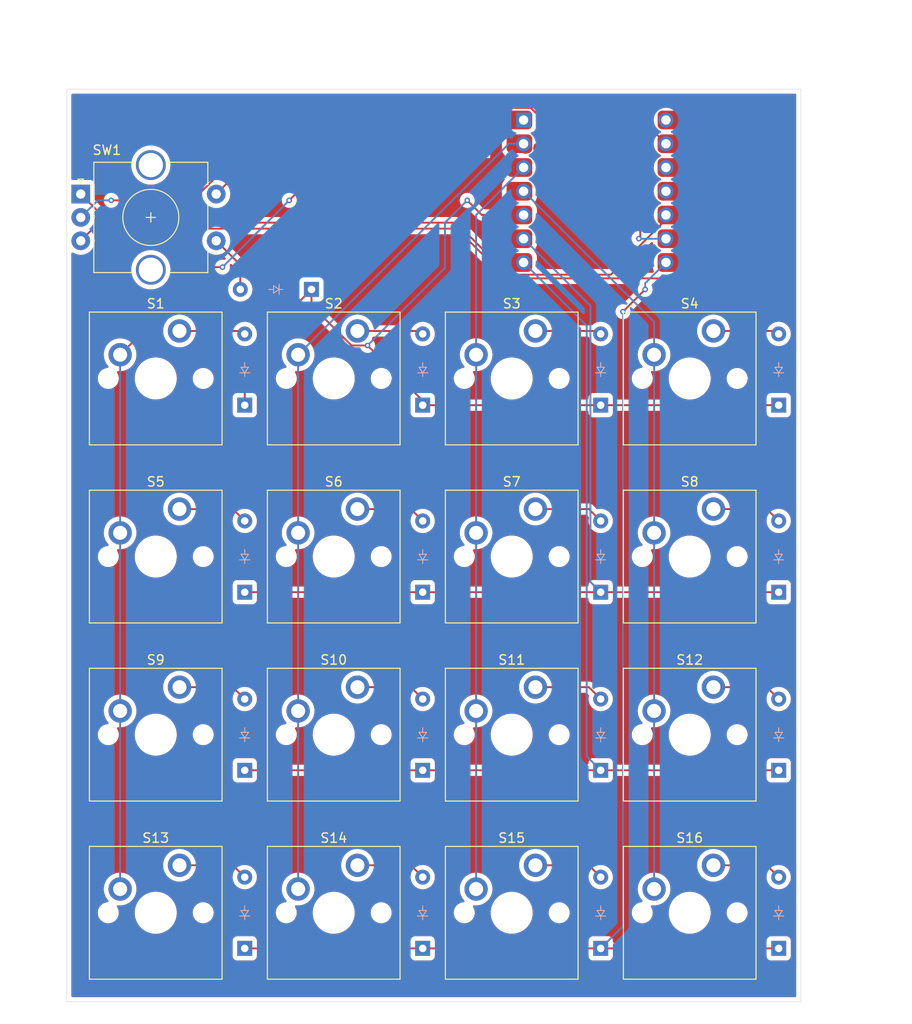
<source format=kicad_pcb>
(kicad_pcb (version 20240108) (generator "pcbnew") (generator_version "8.0")
  (layers (0 "F.Cu" signal) (31 "B.Cu" signal) (34 "B.Paste" user) (35 "F.Paste" user) (36 "B.SilkS" user "B.Silkscreen") (37 "F.SilkS" user "F.Silkscreen") (38 "B.Mask" user) (39 "F.Mask" user) (44 "Edge.Cuts" user))
  (net 0 "")
  (net 1 "Row 0")
  (net 2 "Net-(D1-A)")
  (net 3 "Net-(D2-A)")
  (net 4 "Net-(D3-A)")
  (net 5 "Row 1")
  (net 6 "Net-(D4-A)")
  (net 7 "Net-(D5-A)")
  (net 8 "Net-(D6-A)")
  (net 9 "Net-(D7-A)")
  (net 10 "Row 2")
  (net 11 "Net-(D8-A)")
  (net 12 "Net-(D9-A)")
  (net 13 "Net-(D10-A)")
  (net 14 "Net-(D11-A)")
  (net 15 "Net-(D12-A)")
  (net 16 "Row 3")
  (net 17 "Net-(D13-A)")
  (net 18 "Net-(D14-A)")
  (net 19 "Net-(D15-A)")
  (net 20 "Net-(D16-A)")
  (net 21 "Net-(D17-A)")
  (net 22 "Col 0")
  (net 23 "Col 1")
  (net 24 "Col 2")
  (net 25 "Col 3")
  (net 26 "RotB")
  (net 27 "GND")
  (net 28 "RotA")
  (net 29 "RotS2")
  (footprint "ScottoKeebs_MX:MX_PCB_1.00u" (layer "F.Cu") (at 122.8725 104.57875)
    (property "Reference" "S11" (at 0 -8 0) (layer "F.SilkS"))
    (property "Value" "Keyswitch")
    (fp_line (start -7.1 -7.1) (end -7.1 7.1) (stroke (width 0.12)) (layer "F.SilkS"))
    (fp_line (start -7.1 7.1) (end 7.1 7.1) (stroke (width 0.12)) (layer "F.SilkS"))
    (fp_line (start 7.1 -7.1) (end -7.1 -7.1) (stroke (width 0.12)) (layer "F.SilkS"))
    (fp_line (start 7.1 7.1) (end 7.1 -7.1) (stroke (width 0.12)) (layer "F.SilkS"))
    (pad "" np_thru_hole circle (at -5.08 0) (size 1.75 1.75) (drill 1.75) (layers "*.Cu" "*.Mask"))
    (pad "" np_thru_hole circle (at 0 0) (size 4 4) (drill 4) (layers "*.Cu" "*.Mask"))
    (pad "" np_thru_hole circle (at 5.08 0) (size 1.75 1.75) (drill 1.75) (layers "*.Cu" "*.Mask"))
    (pad "1" thru_hole circle (at -3.81 -2.54) (size 2.5 2.5) (drill 1.5) (layers "*.Cu" "*.Mask") (net 24 "Col 2"))
    (pad "2" thru_hole circle (at 2.54 -5.08) (size 2.5 2.5) (drill 1.5) (layers "*.Cu" "*.Mask") (net 14 "Net-(D11-A)"))
  )
  (footprint "ScottoKeebs_MCU:Seeed_XIAO_RP2040" (layer "F.Cu") (at 131.7625 46.45375)
    (property "Reference" "U1" (hide yes))
    (property "Value" "MCU_Seeed_XIAO_RP2040")
    (pad "1" smd roundrect (at -8.065 -7.62) (size 2.75 2) (layers "F.Cu" "F.Paste" "F.Mask") (net 22 "Col 0"))
    (pad "1" thru_hole rect (at -7.62 -7.62 90) (size 1.6 1.6) (drill 1) (layers "*.Cu" "*.Mask") (net 22 "Col 0"))
    (pad "2" smd roundrect (at -8.065 -5.08) (size 2.75 2) (layers "F.Cu" "F.Paste" "F.Mask") (net 23 "Col 1"))
    (pad "2" thru_hole circle (at -7.62 -5.08 90) (size 1.6 1.6) (drill 1) (layers "*.Cu" "*.Mask") (net 23 "Col 1"))
    (pad "3" smd roundrect (at -8.065 -2.54) (size 2.75 2) (layers "F.Cu" "F.Paste" "F.Mask") (net 24 "Col 2"))
    (pad "3" thru_hole circle (at -7.62 -2.54 90) (size 1.6 1.6) (drill 1) (layers "*.Cu" "*.Mask") (net 24 "Col 2"))
    (pad "4" smd roundrect (at -8.065 0) (size 2.75 2) (layers "F.Cu" "F.Paste" "F.Mask") (net 25 "Col 3"))
    (pad "4" thru_hole circle (at -7.62 0 90) (size 1.6 1.6) (drill 1) (layers "*.Cu" "*.Mask") (net 25 "Col 3"))
    (pad "5" smd roundrect (at -8.065 2.54) (size 2.75 2) (layers "F.Cu" "F.Paste" "F.Mask") (net 1 "Row 0"))
    (pad "5" thru_hole circle (at -7.62 2.54 90) (size 1.6 1.6) (drill 1) (layers "*.Cu" "*.Mask") (net 1 "Row 0"))
    (pad "6" smd roundrect (at -8.065 5.08) (size 2.75 2) (layers "F.Cu" "F.Paste" "F.Mask") (net 5 "Row 1"))
    (pad "6" thru_hole circle (at -7.62 5.08 90) (size 1.6 1.6) (drill 1) (layers "*.Cu" "*.Mask") (net 5 "Row 1"))
    (pad "7" smd roundrect (at -8.065 7.62) (size 2.75 2) (layers "F.Cu" "F.Paste" "F.Mask") (net 10 "Row 2"))
    (pad "7" thru_hole circle (at -7.62 7.62 90) (size 1.6 1.6) (drill 1) (layers "*.Cu" "*.Mask") (net 10 "Row 2"))
    (pad "8" thru_hole circle (at 7.62 7.62 90) (size 1.6 1.6) (drill 1) (layers "*.Cu" "*.Mask") (net 16 "Row 3"))
    (pad "8" smd roundrect (at 8.1 7.62) (size 2.75 2) (layers "F.Cu" "F.Paste" "F.Mask") (net 16 "Row 3"))
    (pad "9" thru_hole circle (at 7.62 5.08 90) (size 1.6 1.6) (drill 1) (layers "*.Cu" "*.Mask") (net 29 "RotS2"))
    (pad "9" smd roundrect (at 8.1 5.08) (size 2.75 2) (layers "F.Cu" "F.Paste" "F.Mask") (net 29 "RotS2"))
    (pad "10" thru_hole circle (at 7.62 2.54 90) (size 1.6 1.6) (drill 1) (layers "*.Cu" "*.Mask") (net 28 "RotA"))
    (pad "10" smd roundrect (at 8.1 2.54) (size 2.75 2) (layers "F.Cu" "F.Paste" "F.Mask") (net 28 "RotA"))
    (pad "11" thru_hole circle (at 7.62 0 90) (size 1.6 1.6) (drill 1) (layers "*.Cu" "*.Mask") (net 26 "RotB"))
    (pad "11" smd roundrect (at 8.1 0) (size 2.75 2) (layers "F.Cu" "F.Paste" "F.Mask") (net 26 "RotB"))
    (pad "12" thru_hole circle (at 7.62 -2.54 90) (size 1.6 1.6) (drill 1) (layers "*.Cu" "*.Mask"))
    (pad "12" smd roundrect (at 8.1 -2.54) (size 2.75 2) (layers "F.Cu" "F.Paste" "F.Mask"))
    (pad "13" thru_hole circle (at 7.62 -5.08 90) (size 1.6 1.6) (drill 1) (layers "*.Cu" "*.Mask") (net 27 "GND"))
    (pad "13" smd roundrect (at 8.1 -5.08) (size 2.75 2) (layers "F.Cu" "F.Paste" "F.Mask") (net 27 "GND"))
    (pad "14" thru_hole circle (at 7.62 -7.62 90) (size 1.6 1.6) (drill 1) (layers "*.Cu" "*.Mask"))
    (pad "14" smd roundrect (at 8.1 -7.62) (size 2.75 2) (layers "F.Cu" "F.Paste" "F.Mask"))
  )
  (footprint "ScottoKeebs_MX:MX_PCB_1.00u" (layer "F.Cu") (at 103.8225 66.47875)
    (property "Reference" "S2" (at 0 -8 0) (layer "F.SilkS"))
    (property "Value" "Keyswitch")
    (fp_line (start -7.1 -7.1) (end -7.1 7.1) (stroke (width 0.12)) (layer "F.SilkS"))
    (fp_line (start -7.1 7.1) (end 7.1 7.1) (stroke (width 0.12)) (layer "F.SilkS"))
    (fp_line (start 7.1 -7.1) (end -7.1 -7.1) (stroke (width 0.12)) (layer "F.SilkS"))
    (fp_line (start 7.1 7.1) (end 7.1 -7.1) (stroke (width 0.12)) (layer "F.SilkS"))
    (pad "" np_thru_hole circle (at -5.08 0) (size 1.75 1.75) (drill 1.75) (layers "*.Cu" "*.Mask"))
    (pad "" np_thru_hole circle (at 0 0) (size 4 4) (drill 4) (layers "*.Cu" "*.Mask"))
    (pad "" np_thru_hole circle (at 5.08 0) (size 1.75 1.75) (drill 1.75) (layers "*.Cu" "*.Mask"))
    (pad "1" thru_hole circle (at -3.81 -2.54) (size 2.5 2.5) (drill 1.5) (layers "*.Cu" "*.Mask") (net 23 "Col 1"))
    (pad "2" thru_hole circle (at 2.54 -5.08) (size 2.5 2.5) (drill 1.5) (layers "*.Cu" "*.Mask") (net 3 "Net-(D2-A)"))
  )
  (footprint "ScottoKeebs_MX:MX_PCB_1.00u" (layer "F.Cu") (at 141.9225 104.57875)
    (property "Reference" "S12" (at 0 -8 0) (layer "F.SilkS"))
    (property "Value" "Keyswitch")
    (fp_line (start -7.1 -7.1) (end -7.1 7.1) (stroke (width 0.12)) (layer "F.SilkS"))
    (fp_line (start -7.1 7.1) (end 7.1 7.1) (stroke (width 0.12)) (layer "F.SilkS"))
    (fp_line (start 7.1 -7.1) (end -7.1 -7.1) (stroke (width 0.12)) (layer "F.SilkS"))
    (fp_line (start 7.1 7.1) (end 7.1 -7.1) (stroke (width 0.12)) (layer "F.SilkS"))
    (pad "" np_thru_hole circle (at -5.08 0) (size 1.75 1.75) (drill 1.75) (layers "*.Cu" "*.Mask"))
    (pad "" np_thru_hole circle (at 0 0) (size 4 4) (drill 4) (layers "*.Cu" "*.Mask"))
    (pad "" np_thru_hole circle (at 5.08 0) (size 1.75 1.75) (drill 1.75) (layers "*.Cu" "*.Mask"))
    (pad "1" thru_hole circle (at -3.81 -2.54) (size 2.5 2.5) (drill 1.5) (layers "*.Cu" "*.Mask") (net 25 "Col 3"))
    (pad "2" thru_hole circle (at 2.54 -5.08) (size 2.5 2.5) (drill 1.5) (layers "*.Cu" "*.Mask") (net 15 "Net-(D12-A)"))
  )
  (footprint "ScottoKeebs_MX:MX_PCB_1.00u" (layer "F.Cu") (at 103.8225 104.57875)
    (property "Reference" "S10" (at 0 -8 0) (layer "F.SilkS"))
    (property "Value" "Keyswitch")
    (fp_line (start -7.1 -7.1) (end -7.1 7.1) (stroke (width 0.12)) (layer "F.SilkS"))
    (fp_line (start -7.1 7.1) (end 7.1 7.1) (stroke (width 0.12)) (layer "F.SilkS"))
    (fp_line (start 7.1 -7.1) (end -7.1 -7.1) (stroke (width 0.12)) (layer "F.SilkS"))
    (fp_line (start 7.1 7.1) (end 7.1 -7.1) (stroke (width 0.12)) (layer "F.SilkS"))
    (pad "" np_thru_hole circle (at -5.08 0) (size 1.75 1.75) (drill 1.75) (layers "*.Cu" "*.Mask"))
    (pad "" np_thru_hole circle (at 0 0) (size 4 4) (drill 4) (layers "*.Cu" "*.Mask"))
    (pad "" np_thru_hole circle (at 5.08 0) (size 1.75 1.75) (drill 1.75) (layers "*.Cu" "*.Mask"))
    (pad "1" thru_hole circle (at -3.81 -2.54) (size 2.5 2.5) (drill 1.5) (layers "*.Cu" "*.Mask") (net 23 "Col 1"))
    (pad "2" thru_hole circle (at 2.54 -5.08) (size 2.5 2.5) (drill 1.5) (layers "*.Cu" "*.Mask") (net 13 "Net-(D10-A)"))
  )
  (footprint "ScottoKeebs_MX:MX_PCB_1.00u" (layer "F.Cu") (at 84.7725 104.57875)
    (property "Reference" "S9" (at 0 -8 0) (layer "F.SilkS"))
    (property "Value" "Keyswitch")
    (fp_line (start -7.1 -7.1) (end -7.1 7.1) (stroke (width 0.12)) (layer "F.SilkS"))
    (fp_line (start -7.1 7.1) (end 7.1 7.1) (stroke (width 0.12)) (layer "F.SilkS"))
    (fp_line (start 7.1 -7.1) (end -7.1 -7.1) (stroke (width 0.12)) (layer "F.SilkS"))
    (fp_line (start 7.1 7.1) (end 7.1 -7.1) (stroke (width 0.12)) (layer "F.SilkS"))
    (pad "" np_thru_hole circle (at -5.08 0) (size 1.75 1.75) (drill 1.75) (layers "*.Cu" "*.Mask"))
    (pad "" np_thru_hole circle (at 0 0) (size 4 4) (drill 4) (layers "*.Cu" "*.Mask"))
    (pad "" np_thru_hole circle (at 5.08 0) (size 1.75 1.75) (drill 1.75) (layers "*.Cu" "*.Mask"))
    (pad "1" thru_hole circle (at -3.81 -2.54) (size 2.5 2.5) (drill 1.5) (layers "*.Cu" "*.Mask") (net 22 "Col 0"))
    (pad "2" thru_hole circle (at 2.54 -5.08) (size 2.5 2.5) (drill 1.5) (layers "*.Cu" "*.Mask") (net 12 "Net-(D9-A)"))
  )
  (footprint "ScottoKeebs_MX:MX_PCB_1.00u" (layer "F.Cu") (at 141.9225 85.52875)
    (property "Reference" "S8" (at 0 -8 0) (layer "F.SilkS"))
    (property "Value" "Keyswitch")
    (fp_line (start -7.1 -7.1) (end -7.1 7.1) (stroke (width 0.12)) (layer "F.SilkS"))
    (fp_line (start -7.1 7.1) (end 7.1 7.1) (stroke (width 0.12)) (layer "F.SilkS"))
    (fp_line (start 7.1 -7.1) (end -7.1 -7.1) (stroke (width 0.12)) (layer "F.SilkS"))
    (fp_line (start 7.1 7.1) (end 7.1 -7.1) (stroke (width 0.12)) (layer "F.SilkS"))
    (pad "" np_thru_hole circle (at -5.08 0) (size 1.75 1.75) (drill 1.75) (layers "*.Cu" "*.Mask"))
    (pad "" np_thru_hole circle (at 0 0) (size 4 4) (drill 4) (layers "*.Cu" "*.Mask"))
    (pad "" np_thru_hole circle (at 5.08 0) (size 1.75 1.75) (drill 1.75) (layers "*.Cu" "*.Mask"))
    (pad "1" thru_hole circle (at -3.81 -2.54) (size 2.5 2.5) (drill 1.5) (layers "*.Cu" "*.Mask") (net 25 "Col 3"))
    (pad "2" thru_hole circle (at 2.54 -5.08) (size 2.5 2.5) (drill 1.5) (layers "*.Cu" "*.Mask") (net 11 "Net-(D8-A)"))
  )
  (footprint "ScottoKeebs_MX:MX_PCB_1.00u" (layer "F.Cu") (at 141.9225 66.47875)
    (property "Reference" "S4" (at 0 -8 0) (layer "F.SilkS"))
    (property "Value" "Keyswitch")
    (fp_line (start -7.1 -7.1) (end -7.1 7.1) (stroke (width 0.12)) (layer "F.SilkS"))
    (fp_line (start -7.1 7.1) (end 7.1 7.1) (stroke (width 0.12)) (layer "F.SilkS"))
    (fp_line (start 7.1 -7.1) (end -7.1 -7.1) (stroke (width 0.12)) (layer "F.SilkS"))
    (fp_line (start 7.1 7.1) (end 7.1 -7.1) (stroke (width 0.12)) (layer "F.SilkS"))
    (pad "" np_thru_hole circle (at -5.08 0) (size 1.75 1.75) (drill 1.75) (layers "*.Cu" "*.Mask"))
    (pad "" np_thru_hole circle (at 0 0) (size 4 4) (drill 4) (layers "*.Cu" "*.Mask"))
    (pad "" np_thru_hole circle (at 5.08 0) (size 1.75 1.75) (drill 1.75) (layers "*.Cu" "*.Mask"))
    (pad "1" thru_hole circle (at -3.81 -2.54) (size 2.5 2.5) (drill 1.5) (layers "*.Cu" "*.Mask") (net 25 "Col 3"))
    (pad "2" thru_hole circle (at 2.54 -5.08) (size 2.5 2.5) (drill 1.5) (layers "*.Cu" "*.Mask") (net 6 "Net-(D4-A)"))
  )
  (footprint "Rotary_Encoder:RotaryEncoder_Alps_EC11E-Switch_Vertical_H20mm_CircularMountingHoles" (layer "F.Cu") (at 76.7475 46.75375)
    (property "Reference" "SW1" (at 2.8 -4.7 0) (layer "F.SilkS"))
    (property "Value" "RotaryEncoder_Switch")
    (fp_line (start -0.3 -1.6) (end 0.3 -1.6) (stroke (width 0.12)) (layer "F.SilkS"))
    (fp_line (start 0 -1.3) (end -0.3 -1.6) (stroke (width 0.12)) (layer "F.SilkS"))
    (fp_line (start 0.3 -1.6) (end 0 -1.3) (stroke (width 0.12)) (layer "F.SilkS"))
    (fp_line (start 1.4 -3.4) (end 1.4 8.4) (stroke (width 0.12)) (layer "F.SilkS"))
    (fp_line (start 5.5 -3.4) (end 1.4 -3.4) (stroke (width 0.12)) (layer "F.SilkS"))
    (fp_line (start 5.5 8.4) (end 1.4 8.4) (stroke (width 0.12)) (layer "F.SilkS"))
    (fp_line (start 7 2.5) (end 8 2.5) (stroke (width 0.12)) (layer "F.SilkS"))
    (fp_line (start 7.5 2) (end 7.5 3) (stroke (width 0.12)) (layer "F.SilkS"))
    (fp_line (start 9.5 -3.4) (end 13.6 -3.4) (stroke (width 0.12)) (layer "F.SilkS"))
    (fp_line (start 13.6 -3.4) (end 13.6 -1) (stroke (width 0.12)) (layer "F.SilkS"))
    (fp_line (start 13.6 1.2) (end 13.6 3.8) (stroke (width 0.12)) (layer "F.SilkS"))
    (fp_line (start 13.6 6) (end 13.6 8.4) (stroke (width 0.12)) (layer "F.SilkS"))
    (fp_line (start 13.6 8.4) (end 9.5 8.4) (stroke (width 0.12)) (layer "F.SilkS"))
    (fp_circle (center 7.5 2.5) (end 10.5 2.5) (stroke (width 0.12)) (fill none) (layer "F.SilkS"))
    (pad "A" thru_hole rect (at 0 0) (size 2 2) (drill 1) (layers "*.Cu" "*.Mask") (net 28 "RotA"))
    (pad "B" thru_hole circle (at 0 5) (size 2 2) (drill 1) (layers "*.Cu" "*.Mask") (net 26 "RotB"))
    (pad "C" thru_hole circle (at 0 2.5) (size 2 2) (drill 1) (layers "*.Cu" "*.Mask") (net 27 "GND"))
    (pad "MP" thru_hole circle (at 7.5 -3.1) (size 3.2 3.2) (drill 2.6) (layers "*.Cu" "*.Mask"))
    (pad "MP" thru_hole circle (at 7.5 8.1) (size 3.2 3.2) (drill 2.6) (layers "*.Cu" "*.Mask"))
    (pad "S1" thru_hole circle (at 14.5 5) (size 2 2) (drill 1) (layers "*.Cu" "*.Mask") (net 21 "Net-(D17-A)"))
    (pad "S2" thru_hole circle (at 14.5 0) (size 2 2) (drill 1) (layers "*.Cu" "*.Mask") (net 29 "RotS2"))
  )
  (footprint "ScottoKeebs_MX:MX_PCB_1.00u" (layer "F.Cu") (at 84.7725 66.47875)
    (property "Reference" "S1" (at 0 -8 0) (layer "F.SilkS"))
    (property "Value" "Keyswitch")
    (fp_line (start -7.1 -7.1) (end -7.1 7.1) (stroke (width 0.12)) (layer "F.SilkS"))
    (fp_line (start -7.1 7.1) (end 7.1 7.1) (stroke (width 0.12)) (layer "F.SilkS"))
    (fp_line (start 7.1 -7.1) (end -7.1 -7.1) (stroke (width 0.12)) (layer "F.SilkS"))
    (fp_line (start 7.1 7.1) (end 7.1 -7.1) (stroke (width 0.12)) (layer "F.SilkS"))
    (pad "" np_thru_hole circle (at -5.08 0) (size 1.75 1.75) (drill 1.75) (layers "*.Cu" "*.Mask"))
    (pad "" np_thru_hole circle (at 0 0) (size 4 4) (drill 4) (layers "*.Cu" "*.Mask"))
    (pad "" np_thru_hole circle (at 5.08 0) (size 1.75 1.75) (drill 1.75) (layers "*.Cu" "*.Mask"))
    (pad "1" thru_hole circle (at -3.81 -2.54) (size 2.5 2.5) (drill 1.5) (layers "*.Cu" "*.Mask") (net 22 "Col 0"))
    (pad "2" thru_hole circle (at 2.54 -5.08) (size 2.5 2.5) (drill 1.5) (layers "*.Cu" "*.Mask") (net 2 "Net-(D1-A)"))
  )
  (footprint "ScottoKeebs_MX:MX_PCB_1.00u" (layer "F.Cu") (at 122.8725 85.52875)
    (property "Reference" "S7" (at 0 -8 0) (layer "F.SilkS"))
    (property "Value" "Keyswitch")
    (fp_line (start -7.1 -7.1) (end -7.1 7.1) (stroke (width 0.12)) (layer "F.SilkS"))
    (fp_line (start -7.1 7.1) (end 7.1 7.1) (stroke (width 0.12)) (layer "F.SilkS"))
    (fp_line (start 7.1 -7.1) (end -7.1 -7.1) (stroke (width 0.12)) (layer "F.SilkS"))
    (fp_line (start 7.1 7.1) (end 7.1 -7.1) (stroke (width 0.12)) (layer "F.SilkS"))
    (pad "" np_thru_hole circle (at -5.08 0) (size 1.75 1.75) (drill 1.75) (layers "*.Cu" "*.Mask"))
    (pad "" np_thru_hole circle (at 0 0) (size 4 4) (drill 4) (layers "*.Cu" "*.Mask"))
    (pad "" np_thru_hole circle (at 5.08 0) (size 1.75 1.75) (drill 1.75) (layers "*.Cu" "*.Mask"))
    (pad "1" thru_hole circle (at -3.81 -2.54) (size 2.5 2.5) (drill 1.5) (layers "*.Cu" "*.Mask") (net 24 "Col 2"))
    (pad "2" thru_hole circle (at 2.54 -5.08) (size 2.5 2.5) (drill 1.5) (layers "*.Cu" "*.Mask") (net 9 "Net-(D7-A)"))
  )
  (footprint "ScottoKeebs_MX:MX_PCB_1.00u" (layer "F.Cu") (at 84.7725 123.62875)
    (property "Reference" "S13" (at 0 -8 0) (layer "F.SilkS"))
    (property "Value" "Keyswitch")
    (fp_line (start -7.1 -7.1) (end -7.1 7.1) (stroke (width 0.12)) (layer "F.SilkS"))
    (fp_line (start -7.1 7.1) (end 7.1 7.1) (stroke (width 0.12)) (layer "F.SilkS"))
    (fp_line (start 7.1 -7.1) (end -7.1 -7.1) (stroke (width 0.12)) (layer "F.SilkS"))
    (fp_line (start 7.1 7.1) (end 7.1 -7.1) (stroke (width 0.12)) (layer "F.SilkS"))
    (pad "" np_thru_hole circle (at -5.08 0) (size 1.75 1.75) (drill 1.75) (layers "*.Cu" "*.Mask"))
    (pad "" np_thru_hole circle (at 0 0) (size 4 4) (drill 4) (layers "*.Cu" "*.Mask"))
    (pad "" np_thru_hole circle (at 5.08 0) (size 1.75 1.75) (drill 1.75) (layers "*.Cu" "*.Mask"))
    (pad "1" thru_hole circle (at -3.81 -2.54) (size 2.5 2.5) (drill 1.5) (layers "*.Cu" "*.Mask") (net 22 "Col 0"))
    (pad "2" thru_hole circle (at 2.54 -5.08) (size 2.5 2.5) (drill 1.5) (layers "*.Cu" "*.Mask") (net 17 "Net-(D13-A)"))
  )
  (footprint "ScottoKeebs_MX:MX_PCB_1.00u" (layer "F.Cu") (at 122.8725 66.47875)
    (property "Reference" "S3" (at 0 -8 0) (layer "F.SilkS"))
    (property "Value" "Keyswitch")
    (fp_line (start -7.1 -7.1) (end -7.1 7.1) (stroke (width 0.12)) (layer "F.SilkS"))
    (fp_line (start -7.1 7.1) (end 7.1 7.1) (stroke (width 0.12)) (layer "F.SilkS"))
    (fp_line (start 7.1 -7.1) (end -7.1 -7.1) (stroke (width 0.12)) (layer "F.SilkS"))
    (fp_line (start 7.1 7.1) (end 7.1 -7.1) (stroke (width 0.12)) (layer "F.SilkS"))
    (pad "" np_thru_hole circle (at -5.08 0) (size 1.75 1.75) (drill 1.75) (layers "*.Cu" "*.Mask"))
    (pad "" np_thru_hole circle (at 0 0) (size 4 4) (drill 4) (layers "*.Cu" "*.Mask"))
    (pad "" np_thru_hole circle (at 5.08 0) (size 1.75 1.75) (drill 1.75) (layers "*.Cu" "*.Mask"))
    (pad "1" thru_hole circle (at -3.81 -2.54) (size 2.5 2.5) (drill 1.5) (layers "*.Cu" "*.Mask") (net 24 "Col 2"))
    (pad "2" thru_hole circle (at 2.54 -5.08) (size 2.5 2.5) (drill 1.5) (layers "*.Cu" "*.Mask") (net 4 "Net-(D3-A)"))
  )
  (footprint "ScottoKeebs_MX:MX_PCB_1.00u" (layer "F.Cu") (at 122.8725 123.62875)
    (property "Reference" "S15" (at 0 -8 0) (layer "F.SilkS"))
    (property "Value" "Keyswitch")
    (fp_line (start -7.1 -7.1) (end -7.1 7.1) (stroke (width 0.12)) (layer "F.SilkS"))
    (fp_line (start -7.1 7.1) (end 7.1 7.1) (stroke (width 0.12)) (layer "F.SilkS"))
    (fp_line (start 7.1 -7.1) (end -7.1 -7.1) (stroke (width 0.12)) (layer "F.SilkS"))
    (fp_line (start 7.1 7.1) (end 7.1 -7.1) (stroke (width 0.12)) (layer "F.SilkS"))
    (pad "" np_thru_hole circle (at -5.08 0) (size 1.75 1.75) (drill 1.75) (layers "*.Cu" "*.Mask"))
    (pad "" np_thru_hole circle (at 0 0) (size 4 4) (drill 4) (layers "*.Cu" "*.Mask"))
    (pad "" np_thru_hole circle (at 5.08 0) (size 1.75 1.75) (drill 1.75) (layers "*.Cu" "*.Mask"))
    (pad "1" thru_hole circle (at -3.81 -2.54) (size 2.5 2.5) (drill 1.5) (layers "*.Cu" "*.Mask") (net 24 "Col 2"))
    (pad "2" thru_hole circle (at 2.54 -5.08) (size 2.5 2.5) (drill 1.5) (layers "*.Cu" "*.Mask") (net 19 "Net-(D15-A)"))
  )
  (footprint "ScottoKeebs_MX:MX_PCB_1.00u" (layer "F.Cu") (at 84.7725 85.52875)
    (property "Reference" "S5" (at 0 -8 0) (layer "F.SilkS"))
    (property "Value" "Keyswitch")
    (fp_line (start -7.1 -7.1) (end -7.1 7.1) (stroke (width 0.12)) (layer "F.SilkS"))
    (fp_line (start -7.1 7.1) (end 7.1 7.1) (stroke (width 0.12)) (layer "F.SilkS"))
    (fp_line (start 7.1 -7.1) (end -7.1 -7.1) (stroke (width 0.12)) (layer "F.SilkS"))
    (fp_line (start 7.1 7.1) (end 7.1 -7.1) (stroke (width 0.12)) (layer "F.SilkS"))
    (pad "" np_thru_hole circle (at -5.08 0) (size 1.75 1.75) (drill 1.75) (layers "*.Cu" "*.Mask"))
    (pad "" np_thru_hole circle (at 0 0) (size 4 4) (drill 4) (layers "*.Cu" "*.Mask"))
    (pad "" np_thru_hole circle (at 5.08 0) (size 1.75 1.75) (drill 1.75) (layers "*.Cu" "*.Mask"))
    (pad "1" thru_hole circle (at -3.81 -2.54) (size 2.5 2.5) (drill 1.5) (layers "*.Cu" "*.Mask") (net 22 "Col 0"))
    (pad "2" thru_hole circle (at 2.54 -5.08) (size 2.5 2.5) (drill 1.5) (layers "*.Cu" "*.Mask") (net 7 "Net-(D5-A)"))
  )
  (footprint "ScottoKeebs_MX:MX_PCB_1.00u" (layer "F.Cu") (at 103.8225 85.52875)
    (property "Reference" "S6" (at 0 -8 0) (layer "F.SilkS"))
    (property "Value" "Keyswitch")
    (fp_line (start -7.1 -7.1) (end -7.1 7.1) (stroke (width 0.12)) (layer "F.SilkS"))
    (fp_line (start -7.1 7.1) (end 7.1 7.1) (stroke (width 0.12)) (layer "F.SilkS"))
    (fp_line (start 7.1 -7.1) (end -7.1 -7.1) (stroke (width 0.12)) (layer "F.SilkS"))
    (fp_line (start 7.1 7.1) (end 7.1 -7.1) (stroke (width 0.12)) (layer "F.SilkS"))
    (pad "" np_thru_hole circle (at -5.08 0) (size 1.75 1.75) (drill 1.75) (layers "*.Cu" "*.Mask"))
    (pad "" np_thru_hole circle (at 0 0) (size 4 4) (drill 4) (layers "*.Cu" "*.Mask"))
    (pad "" np_thru_hole circle (at 5.08 0) (size 1.75 1.75) (drill 1.75) (layers "*.Cu" "*.Mask"))
    (pad "1" thru_hole circle (at -3.81 -2.54) (size 2.5 2.5) (drill 1.5) (layers "*.Cu" "*.Mask") (net 23 "Col 1"))
    (pad "2" thru_hole circle (at 2.54 -5.08) (size 2.5 2.5) (drill 1.5) (layers "*.Cu" "*.Mask") (net 8 "Net-(D6-A)"))
  )
  (footprint "ScottoKeebs_MX:MX_PCB_1.00u" (layer "F.Cu") (at 103.8225 123.62875)
    (property "Reference" "S14" (at 0 -8 0) (layer "F.SilkS"))
    (property "Value" "Keyswitch")
    (fp_line (start -7.1 -7.1) (end -7.1 7.1) (stroke (width 0.12)) (layer "F.SilkS"))
    (fp_line (start -7.1 7.1) (end 7.1 7.1) (stroke (width 0.12)) (layer "F.SilkS"))
    (fp_line (start 7.1 -7.1) (end -7.1 -7.1) (stroke (width 0.12)) (layer "F.SilkS"))
    (fp_line (start 7.1 7.1) (end 7.1 -7.1) (stroke (width 0.12)) (layer "F.SilkS"))
    (pad "" np_thru_hole circle (at -5.08 0) (size 1.75 1.75) (drill 1.75) (layers "*.Cu" "*.Mask"))
    (pad "" np_thru_hole circle (at 0 0) (size 4 4) (drill 4) (layers "*.Cu" "*.Mask"))
    (pad "" np_thru_hole circle (at 5.08 0) (size 1.75 1.75) (drill 1.75) (layers "*.Cu" "*.Mask"))
    (pad "1" thru_hole circle (at -3.81 -2.54) (size 2.5 2.5) (drill 1.5) (layers "*.Cu" "*.Mask") (net 23 "Col 1"))
    (pad "2" thru_hole circle (at 2.54 -5.08) (size 2.5 2.5) (drill 1.5) (layers "*.Cu" "*.Mask") (net 18 "Net-(D14-A)"))
  )
  (footprint "ScottoKeebs_MX:MX_PCB_1.00u" (layer "F.Cu") (at 141.9225 123.62875)
    (property "Reference" "S16" (at 0 -8 0) (layer "F.SilkS"))
    (property "Value" "Keyswitch")
    (fp_line (start -7.1 -7.1) (end -7.1 7.1) (stroke (width 0.12)) (layer "F.SilkS"))
    (fp_line (start -7.1 7.1) (end 7.1 7.1) (stroke (width 0.12)) (layer "F.SilkS"))
    (fp_line (start 7.1 -7.1) (end -7.1 -7.1) (stroke (width 0.12)) (layer "F.SilkS"))
    (fp_line (start 7.1 7.1) (end 7.1 -7.1) (stroke (width 0.12)) (layer "F.SilkS"))
    (pad "" np_thru_hole circle (at -5.08 0) (size 1.75 1.75) (drill 1.75) (layers "*.Cu" "*.Mask"))
    (pad "" np_thru_hole circle (at 0 0) (size 4 4) (drill 4) (layers "*.Cu" "*.Mask"))
    (pad "" np_thru_hole circle (at 5.08 0) (size 1.75 1.75) (drill 1.75) (layers "*.Cu" "*.Mask"))
    (pad "1" thru_hole circle (at -3.81 -2.54) (size 2.5 2.5) (drill 1.5) (layers "*.Cu" "*.Mask") (net 25 "Col 3"))
    (pad "2" thru_hole circle (at 2.54 -5.08) (size 2.5 2.5) (drill 1.5) (layers "*.Cu" "*.Mask") (net 20 "Net-(D16-A)"))
  )
  (footprint "ScottoKeebs_Components:Diode_DO-35" (layer "B.Cu") (at 94.2975 89.33875 90)
    (property "Reference" "D5" (hide yes))
    (property "Value" "Diode" (hide yes))
    (fp_line (start 3.46 -0.55) (end 3.46 0.55) (stroke (width 0.1)) (layer "B.SilkS"))
    (fp_line (start 4.06 -0.4) (end 4.06 0.4) (stroke (width 0.1)) (layer "B.SilkS"))
    (fp_line (start 4.56 0) (end 4.06 0) (stroke (width 0.1)) (layer "B.SilkS"))
    (fp_line (start 3.46 0) (end 4.06 -0.4) (stroke (width 0.1)) (layer "B.SilkS"))
    (fp_line (start 3.46 0) (end 3.06 0) (stroke (width 0.1)) (layer "B.SilkS"))
    (fp_line (start 4.06 0.4) (end 3.46 0) (stroke (width 0.1)) (layer "B.SilkS"))
    (pad "1" thru_hole rect (at 0 0 90) (size 1.6 1.6) (drill 0.8) (layers "*.Cu" "*.Mask") (net 5 "Row 1"))
    (pad "2" thru_hole oval (at 7.62 0 90) (size 1.6 1.6) (drill 0.8) (layers "*.Cu" "*.Mask") (net 7 "Net-(D5-A)"))
  )
  (footprint "ScottoKeebs_Components:Diode_DO-35" (layer "B.Cu") (at 113.3475 89.33875 90)
    (property "Reference" "D6" (hide yes))
    (property "Value" "Diode" (hide yes))
    (fp_line (start 3.46 -0.55) (end 3.46 0.55) (stroke (width 0.1)) (layer "B.SilkS"))
    (fp_line (start 4.06 -0.4) (end 4.06 0.4) (stroke (width 0.1)) (layer "B.SilkS"))
    (fp_line (start 4.56 0) (end 4.06 0) (stroke (width 0.1)) (layer "B.SilkS"))
    (fp_line (start 3.46 0) (end 4.06 -0.4) (stroke (width 0.1)) (layer "B.SilkS"))
    (fp_line (start 3.46 0) (end 3.06 0) (stroke (width 0.1)) (layer "B.SilkS"))
    (fp_line (start 4.06 0.4) (end 3.46 0) (stroke (width 0.1)) (layer "B.SilkS"))
    (pad "1" thru_hole rect (at 0 0 90) (size 1.6 1.6) (drill 0.8) (layers "*.Cu" "*.Mask") (net 5 "Row 1"))
    (pad "2" thru_hole oval (at 7.62 0 90) (size 1.6 1.6) (drill 0.8) (layers "*.Cu" "*.Mask") (net 8 "Net-(D6-A)"))
  )
  (footprint "ScottoKeebs_Components:Diode_DO-35" (layer "B.Cu") (at 113.3475 69.33625 90)
    (property "Reference" "D2" (hide yes))
    (property "Value" "Diode" (hide yes))
    (fp_line (start 3.46 -0.55) (end 3.46 0.55) (stroke (width 0.1)) (layer "B.SilkS"))
    (fp_line (start 4.06 -0.4) (end 4.06 0.4) (stroke (width 0.1)) (layer "B.SilkS"))
    (fp_line (start 4.56 0) (end 4.06 0) (stroke (width 0.1)) (layer "B.SilkS"))
    (fp_line (start 3.46 0) (end 4.06 -0.4) (stroke (width 0.1)) (layer "B.SilkS"))
    (fp_line (start 3.46 0) (end 3.06 0) (stroke (width 0.1)) (layer "B.SilkS"))
    (fp_line (start 4.06 0.4) (end 3.46 0) (stroke (width 0.1)) (layer "B.SilkS"))
    (pad "1" thru_hole rect (at 0 0 90) (size 1.6 1.6) (drill 0.8) (layers "*.Cu" "*.Mask") (net 1 "Row 0"))
    (pad "2" thru_hole oval (at 7.62 0 90) (size 1.6 1.6) (drill 0.8) (layers "*.Cu" "*.Mask") (net 3 "Net-(D2-A)"))
  )
  (footprint "ScottoKeebs_Components:Diode_DO-35" (layer "B.Cu") (at 101.44125 56.95375 180)
    (property "Reference" "D17" (hide yes))
    (property "Value" "Diode" (hide yes))
    (fp_line (start 4.56 0) (end 4.06 0) (stroke (width 0.1)) (layer "B.SilkS"))
    (fp_line (start 4.06 0.4) (end 3.46 0) (stroke (width 0.1)) (layer "B.SilkS"))
    (fp_line (start 4.06 -0.4) (end 4.06 0.4) (stroke (width 0.1)) (layer "B.SilkS"))
    (fp_line (start 3.46 0) (end 4.06 -0.4) (stroke (width 0.1)) (layer "B.SilkS"))
    (fp_line (start 3.46 0) (end 3.06 0) (stroke (width 0.1)) (layer "B.SilkS"))
    (fp_line (start 3.46 -0.55) (end 3.46 0.55) (stroke (width 0.1)) (layer "B.SilkS"))
    (pad "1" thru_hole rect (at 0 0 180) (size 1.6 1.6) (drill 0.8) (layers "*.Cu" "*.Mask") (net 1 "Row 0"))
    (pad "2" thru_hole oval (at 7.62 0 180) (size 1.6 1.6) (drill 0.8) (layers "*.Cu" "*.Mask") (net 21 "Net-(D17-A)"))
  )
  (footprint "ScottoKeebs_Components:Diode_DO-35" (layer "B.Cu") (at 132.3975 127.43875 90)
    (property "Reference" "D15" (hide yes))
    (property "Value" "Diode" (hide yes))
    (fp_line (start 3.46 -0.55) (end 3.46 0.55) (stroke (width 0.1)) (layer "B.SilkS"))
    (fp_line (start 4.06 -0.4) (end 4.06 0.4) (stroke (width 0.1)) (layer "B.SilkS"))
    (fp_line (start 4.56 0) (end 4.06 0) (stroke (width 0.1)) (layer "B.SilkS"))
    (fp_line (start 3.46 0) (end 4.06 -0.4) (stroke (width 0.1)) (layer "B.SilkS"))
    (fp_line (start 3.46 0) (end 3.06 0) (stroke (width 0.1)) (layer "B.SilkS"))
    (fp_line (start 4.06 0.4) (end 3.46 0) (stroke (width 0.1)) (layer "B.SilkS"))
    (pad "1" thru_hole rect (at 0 0 90) (size 1.6 1.6) (drill 0.8) (layers "*.Cu" "*.Mask") (net 16 "Row 3"))
    (pad "2" thru_hole oval (at 7.62 0 90) (size 1.6 1.6) (drill 0.8) (layers "*.Cu" "*.Mask") (net 19 "Net-(D15-A)"))
  )
  (footprint "ScottoKeebs_Components:Diode_DO-35" (layer "B.Cu") (at 94.2975 108.38875 90)
    (property "Reference" "D9" (hide yes))
    (property "Value" "Diode" (hide yes))
    (fp_line (start 3.46 -0.55) (end 3.46 0.55) (stroke (width 0.1)) (layer "B.SilkS"))
    (fp_line (start 4.06 -0.4) (end 4.06 0.4) (stroke (width 0.1)) (layer "B.SilkS"))
    (fp_line (start 4.56 0) (end 4.06 0) (stroke (width 0.1)) (layer "B.SilkS"))
    (fp_line (start 3.46 0) (end 4.06 -0.4) (stroke (width 0.1)) (layer "B.SilkS"))
    (fp_line (start 3.46 0) (end 3.06 0) (stroke (width 0.1)) (layer "B.SilkS"))
    (fp_line (start 4.06 0.4) (end 3.46 0) (stroke (width 0.1)) (layer "B.SilkS"))
    (pad "1" thru_hole rect (at 0 0 90) (size 1.6 1.6) (drill 0.8) (layers "*.Cu" "*.Mask") (net 10 "Row 2"))
    (pad "2" thru_hole oval (at 7.62 0 90) (size 1.6 1.6) (drill 0.8) (layers "*.Cu" "*.Mask") (net 12 "Net-(D9-A)"))
  )
  (footprint "ScottoKeebs_Components:Diode_DO-35" (layer "B.Cu") (at 151.4475 108.38875 90)
    (property "Reference" "D12" (hide yes))
    (property "Value" "Diode" (hide yes))
    (fp_line (start 3.46 -0.55) (end 3.46 0.55) (stroke (width 0.1)) (layer "B.SilkS"))
    (fp_line (start 4.06 -0.4) (end 4.06 0.4) (stroke (width 0.1)) (layer "B.SilkS"))
    (fp_line (start 4.56 0) (end 4.06 0) (stroke (width 0.1)) (layer "B.SilkS"))
    (fp_line (start 3.46 0) (end 4.06 -0.4) (stroke (width 0.1)) (layer "B.SilkS"))
    (fp_line (start 3.46 0) (end 3.06 0) (stroke (width 0.1)) (layer "B.SilkS"))
    (fp_line (start 4.06 0.4) (end 3.46 0) (stroke (width 0.1)) (layer "B.SilkS"))
    (pad "1" thru_hole rect (at 0 0 90) (size 1.6 1.6) (drill 0.8) (layers "*.Cu" "*.Mask") (net 10 "Row 2"))
    (pad "2" thru_hole oval (at 7.62 0 90) (size 1.6 1.6) (drill 0.8) (layers "*.Cu" "*.Mask") (net 15 "Net-(D12-A)"))
  )
  (footprint "ScottoKeebs_Components:Diode_DO-35" (layer "B.Cu") (at 151.4475 69.33625 90)
    (property "Reference" "D4" (hide yes))
    (property "Value" "Diode" (hide yes))
    (fp_line (start 3.46 -0.55) (end 3.46 0.55) (stroke (width 0.1)) (layer "B.SilkS"))
    (fp_line (start 4.06 -0.4) (end 4.06 0.4) (stroke (width 0.1)) (layer "B.SilkS"))
    (fp_line (start 4.56 0) (end 4.06 0) (stroke (width 0.1)) (layer "B.SilkS"))
    (fp_line (start 3.46 0) (end 4.06 -0.4) (stroke (width 0.1)) (layer "B.SilkS"))
    (fp_line (start 3.46 0) (end 3.06 0) (stroke (width 0.1)) (layer "B.SilkS"))
    (fp_line (start 4.06 0.4) (end 3.46 0) (stroke (width 0.1)) (layer "B.SilkS"))
    (pad "1" thru_hole rect (at 0 0 90) (size 1.6 1.6) (drill 0.8) (layers "*.Cu" "*.Mask") (net 1 "Row 0"))
    (pad "2" thru_hole oval (at 7.62 0 90) (size 1.6 1.6) (drill 0.8) (layers "*.Cu" "*.Mask") (net 6 "Net-(D4-A)"))
  )
  (footprint "ScottoKeebs_Components:Diode_DO-35" (layer "B.Cu") (at 113.3475 127.43875 90)
    (property "Reference" "D14" (hide yes))
    (property "Value" "Diode" (hide yes))
    (fp_line (start 3.46 -0.55) (end 3.46 0.55) (stroke (width 0.1)) (layer "B.SilkS"))
    (fp_line (start 4.06 -0.4) (end 4.06 0.4) (stroke (width 0.1)) (layer "B.SilkS"))
    (fp_line (start 4.56 0) (end 4.06 0) (stroke (width 0.1)) (layer "B.SilkS"))
    (fp_line (start 3.46 0) (end 4.06 -0.4) (stroke (width 0.1)) (layer "B.SilkS"))
    (fp_line (start 3.46 0) (end 3.06 0) (stroke (width 0.1)) (layer "B.SilkS"))
    (fp_line (start 4.06 0.4) (end 3.46 0) (stroke (width 0.1)) (layer "B.SilkS"))
    (pad "1" thru_hole rect (at 0 0 90) (size 1.6 1.6) (drill 0.8) (layers "*.Cu" "*.Mask") (net 16 "Row 3"))
    (pad "2" thru_hole oval (at 7.62 0 90) (size 1.6 1.6) (drill 0.8) (layers "*.Cu" "*.Mask") (net 18 "Net-(D14-A)"))
  )
  (footprint "ScottoKeebs_Components:Diode_DO-35" (layer "B.Cu") (at 132.3975 89.33875 90)
    (property "Reference" "D7" (hide yes))
    (property "Value" "Diode" (hide yes))
    (fp_line (start 3.46 -0.55) (end 3.46 0.55) (stroke (width 0.1)) (layer "B.SilkS"))
    (fp_line (start 4.06 -0.4) (end 4.06 0.4) (stroke (width 0.1)) (layer "B.SilkS"))
    (fp_line (start 4.56 0) (end 4.06 0) (stroke (width 0.1)) (layer "B.SilkS"))
    (fp_line (start 3.46 0) (end 4.06 -0.4) (stroke (width 0.1)) (layer "B.SilkS"))
    (fp_line (start 3.46 0) (end 3.06 0) (stroke (width 0.1)) (layer "B.SilkS"))
    (fp_line (start 4.06 0.4) (end 3.46 0) (stroke (width 0.1)) (layer "B.SilkS"))
    (pad "1" thru_hole rect (at 0 0 90) (size 1.6 1.6) (drill 0.8) (layers "*.Cu" "*.Mask") (net 5 "Row 1"))
    (pad "2" thru_hole oval (at 7.62 0 90) (size 1.6 1.6) (drill 0.8) (layers "*.Cu" "*.Mask") (net 9 "Net-(D7-A)"))
  )
  (footprint "ScottoKeebs_Components:Diode_DO-35" (layer "B.Cu") (at 132.3975 108.38875 90)
    (property "Reference" "D11" (hide yes))
    (property "Value" "Diode" (hide yes))
    (fp_line (start 3.46 -0.55) (end 3.46 0.55) (stroke (width 0.1)) (layer "B.SilkS"))
    (fp_line (start 4.06 -0.4) (end 4.06 0.4) (stroke (width 0.1)) (layer "B.SilkS"))
    (fp_line (start 4.56 0) (end 4.06 0) (stroke (width 0.1)) (layer "B.SilkS"))
    (fp_line (start 3.46 0) (end 4.06 -0.4) (stroke (width 0.1)) (layer "B.SilkS"))
    (fp_line (start 3.46 0) (end 3.06 0) (stroke (width 0.1)) (layer "B.SilkS"))
    (fp_line (start 4.06 0.4) (end 3.46 0) (stroke (width 0.1)) (layer "B.SilkS"))
    (pad "1" thru_hole rect (at 0 0 90) (size 1.6 1.6) (drill 0.8) (layers "*.Cu" "*.Mask") (net 10 "Row 2"))
    (pad "2" thru_hole oval (at 7.62 0 90) (size 1.6 1.6) (drill 0.8) (layers "*.Cu" "*.Mask") (net 14 "Net-(D11-A)"))
  )
  (footprint "ScottoKeebs_Components:Diode_DO-35" (layer "B.Cu") (at 151.4475 89.33875 90)
    (property "Reference" "D8" (hide yes))
    (property "Value" "Diode" (hide yes))
    (fp_line (start 3.46 -0.55) (end 3.46 0.55) (stroke (width 0.1)) (layer "B.SilkS"))
    (fp_line (start 4.06 -0.4) (end 4.06 0.4) (stroke (width 0.1)) (layer "B.SilkS"))
    (fp_line (start 4.56 0) (end 4.06 0) (stroke (width 0.1)) (layer "B.SilkS"))
    (fp_line (start 3.46 0) (end 4.06 -0.4) (stroke (width 0.1)) (layer "B.SilkS"))
    (fp_line (start 3.46 0) (end 3.06 0) (stroke (width 0.1)) (layer "B.SilkS"))
    (fp_line (start 4.06 0.4) (end 3.46 0) (stroke (width 0.1)) (layer "B.SilkS"))
    (pad "1" thru_hole rect (at 0 0 90) (size 1.6 1.6) (drill 0.8) (layers "*.Cu" "*.Mask") (net 5 "Row 1"))
    (pad "2" thru_hole oval (at 7.62 0 90) (size 1.6 1.6) (drill 0.8) (layers "*.Cu" "*.Mask") (net 11 "Net-(D8-A)"))
  )
  (footprint "ScottoKeebs_Components:Diode_DO-35" (layer "B.Cu") (at 132.3975 69.33625 90)
    (property "Reference" "D3" (hide yes))
    (property "Value" "Diode" (hide yes))
    (fp_line (start 3.46 -0.55) (end 3.46 0.55) (stroke (width 0.1)) (layer "B.SilkS"))
    (fp_line (start 4.06 -0.4) (end 4.06 0.4) (stroke (width 0.1)) (layer "B.SilkS"))
    (fp_line (start 4.56 0) (end 4.06 0) (stroke (width 0.1)) (layer "B.SilkS"))
    (fp_line (start 3.46 0) (end 4.06 -0.4) (stroke (width 0.1)) (layer "B.SilkS"))
    (fp_line (start 3.46 0) (end 3.06 0) (stroke (width 0.1)) (layer "B.SilkS"))
    (fp_line (start 4.06 0.4) (end 3.46 0) (stroke (width 0.1)) (layer "B.SilkS"))
    (pad "1" thru_hole rect (at 0 0 90) (size 1.6 1.6) (drill 0.8) (layers "*.Cu" "*.Mask") (net 1 "Row 0"))
    (pad "2" thru_hole oval (at 7.62 0 90) (size 1.6 1.6) (drill 0.8) (layers "*.Cu" "*.Mask") (net 4 "Net-(D3-A)"))
  )
  (footprint "ScottoKeebs_Components:Diode_DO-35" (layer "B.Cu") (at 151.4475 127.43875 90)
    (property "Reference" "D16" (hide yes))
    (property "Value" "Diode" (hide yes))
    (fp_line (start 3.46 -0.55) (end 3.46 0.55) (stroke (width 0.1)) (layer "B.SilkS"))
    (fp_line (start 4.06 -0.4) (end 4.06 0.4) (stroke (width 0.1)) (layer "B.SilkS"))
    (fp_line (start 4.56 0) (end 4.06 0) (stroke (width 0.1)) (layer "B.SilkS"))
    (fp_line (start 3.46 0) (end 4.06 -0.4) (stroke (width 0.1)) (layer "B.SilkS"))
    (fp_line (start 3.46 0) (end 3.06 0) (stroke (width 0.1)) (layer "B.SilkS"))
    (fp_line (start 4.06 0.4) (end 3.46 0) (stroke (width 0.1)) (layer "B.SilkS"))
    (pad "1" thru_hole rect (at 0 0 90) (size 1.6 1.6) (drill 0.8) (layers "*.Cu" "*.Mask") (net 16 "Row 3"))
    (pad "2" thru_hole oval (at 7.62 0 90) (size 1.6 1.6) (drill 0.8) (layers "*.Cu" "*.Mask") (net 20 "Net-(D16-A)"))
  )
  (footprint "ScottoKeebs_Components:Diode_DO-35" (layer "B.Cu") (at 94.2975 69.33625 90)
    (property "Reference" "D1" (hide yes))
    (property "Value" "Diode" (hide yes))
    (fp_line (start 3.46 -0.55) (end 3.46 0.55) (stroke (width 0.1)) (layer "B.SilkS"))
    (fp_line (start 4.06 -0.4) (end 4.06 0.4) (stroke (width 0.1)) (layer "B.SilkS"))
    (fp_line (start 4.56 0) (end 4.06 0) (stroke (width 0.1)) (layer "B.SilkS"))
    (fp_line (start 3.46 0) (end 4.06 -0.4) (stroke (width 0.1)) (layer "B.SilkS"))
    (fp_line (start 3.46 0) (end 3.06 0) (stroke (width 0.1)) (layer "B.SilkS"))
    (fp_line (start 4.06 0.4) (end 3.46 0) (stroke (width 0.1)) (layer "B.SilkS"))
    (pad "1" thru_hole rect (at 0 0 90) (size 1.6 1.6) (drill 0.8) (layers "*.Cu" "*.Mask") (net 1 "Row 0"))
    (pad "2" thru_hole oval (at 7.62 0 90) (size 1.6 1.6) (drill 0.8) (layers "*.Cu" "*.Mask") (net 2 "Net-(D1-A)"))
  )
  (footprint "ScottoKeebs_Components:Diode_DO-35" (layer "B.Cu") (at 113.3475 108.38875 90)
    (property "Reference" "D10" (hide yes))
    (property "Value" "Diode" (hide yes))
    (fp_line (start 3.46 -0.55) (end 3.46 0.55) (stroke (width 0.1)) (layer "B.SilkS"))
    (fp_line (start 4.06 -0.4) (end 4.06 0.4) (stroke (width 0.1)) (layer "B.SilkS"))
    (fp_line (start 4.56 0) (end 4.06 0) (stroke (width 0.1)) (layer "B.SilkS"))
    (fp_line (start 3.46 0) (end 4.06 -0.4) (stroke (width 0.1)) (layer "B.SilkS"))
    (fp_line (start 3.46 0) (end 3.06 0) (stroke (width 0.1)) (layer "B.SilkS"))
    (fp_line (start 4.06 0.4) (end 3.46 0) (stroke (width 0.1)) (layer "B.SilkS"))
    (pad "1" thru_hole rect (at 0 0 90) (size 1.6 1.6) (drill 0.8) (layers "*.Cu" "*.Mask") (net 10 "Row 2"))
    (pad "2" thru_hole oval (at 7.62 0 90) (size 1.6 1.6) (drill 0.8) (layers "*.Cu" "*.Mask") (net 13 "Net-(D10-A)"))
  )
  (footprint "ScottoKeebs_Components:Diode_DO-35" (layer "B.Cu") (at 94.2975 127.43875 90)
    (property "Reference" "D13" (hide yes))
    (property "Value" "Diode" (hide yes))
    (fp_line (start 3.46 -0.55) (end 3.46 0.55) (stroke (width 0.1)) (layer "B.SilkS"))
    (fp_line (start 4.06 -0.4) (end 4.06 0.4) (stroke (width 0.1)) (layer "B.SilkS"))
    (fp_line (start 4.56 0) (end 4.06 0) (stroke (width 0.1)) (layer "B.SilkS"))
    (fp_line (start 3.46 0) (end 4.06 -0.4) (stroke (width 0.1)) (layer "B.SilkS"))
    (fp_line (start 3.46 0) (end 3.06 0) (stroke (width 0.1)) (layer "B.SilkS"))
    (fp_line (start 4.06 0.4) (end 3.46 0) (stroke (width 0.1)) (layer "B.SilkS"))
    (pad "1" thru_hole rect (at 0 0 90) (size 1.6 1.6) (drill 0.8) (layers "*.Cu" "*.Mask") (net 16 "Row 3"))
    (pad "2" thru_hole oval (at 7.62 0 90) (size 1.6 1.6) (drill 0.8) (layers "*.Cu" "*.Mask") (net 17 "Net-(D13-A)"))
  )
  (gr_rect (start 75.2475 35.5225) (end 153.82875 133.15375) (stroke (width 0.05)) (fill none) (layer "Edge.Cuts"))
  (gr_text "Macros are cool" (at 108.585 42.66625 0) (layer "F.Cu") (effects (font (size 1.5 1.5) (thickness 0.3) (bold yes)) (justify left bottom)))
  (segment (start 118.11 47.42875) (end 119.675 48.99375) (width 0.2) (layer "F.Cu") (net 1))
  (segment (start 105.720468 62.94875) (end 107.43625 62.94875) (width 0.2) (layer "F.Cu") (net 1))
  (segment (start 113.3475 69.33625) (end 151.4475 69.33625) (width 0.2) (layer "F.Cu") (net 1))
  (segment (start 101.44125 56.95375) (end 101.44125 58.669532) (width 0.2) (layer "F.Cu") (net 1))
  (segment (start 94.2975 64.0975) (end 101.44125 56.95375) (width 0.2) (layer "F.Cu") (net 1))
  (segment (start 94.2975 69.33625) (end 94.2975 64.0975) (width 0.2) (layer "F.Cu") (net 1))
  (segment (start 104.155234 61.383516) (end 105.720468 62.94875) (width 0.2) (layer "F.Cu") (net 1))
  (segment (start 119.675 48.99375) (end 123.6975 48.99375) (width 0.2) (layer "F.Cu") (net 1))
  (segment (start 107.43625 62.94875) (end 113.3475 68.86) (width 0.2) (layer "F.Cu") (net 1))
  (segment (start 101.44125 58.669532) (end 104.155234 61.383516) (width 0.2) (layer "F.Cu") (net 1))
  (segment (start 113.3475 68.86) (end 113.3475 69.33625) (width 0.2) (layer "F.Cu") (net 1))
  (via (at 118.11 47.42875) (size 0.6) (drill 0.3) (layers "F.Cu" "B.Cu") (net 1))
  (via (at 107.43625 62.94875) (size 0.6) (drill 0.3) (layers "F.Cu" "B.Cu") (net 1))
  (segment (start 115.72875 49.81) (end 118.11 47.42875) (width 0.2) (layer "B.Cu") (net 1))
  (segment (start 115.72875 54.65625) (end 115.72875 49.81) (width 0.2) (layer "B.Cu") (net 1))
  (segment (start 107.43625 62.94875) (end 115.72875 54.65625) (width 0.2) (layer "B.Cu") (net 1))
  (segment (start 93.98 61.39875) (end 94.2975 61.71625) (width 0.2) (layer "F.Cu") (net 2))
  (segment (start 87.3125 61.39875) (end 93.98 61.39875) (width 0.2) (layer "F.Cu") (net 2))
  (segment (start 106.3625 61.39875) (end 113.03 61.39875) (width 0.2) (layer "F.Cu") (net 3))
  (segment (start 113.03 61.39875) (end 113.3475 61.71625) (width 0.2) (layer "F.Cu") (net 3))
  (segment (start 125.4125 61.39875) (end 132.08 61.39875) (width 0.2) (layer "F.Cu") (net 4))
  (segment (start 132.08 61.39875) (end 132.3975 61.71625) (width 0.2) (layer "F.Cu") (net 4))
  (segment (start 94.2975 89.33875) (end 151.4475 89.33875) (width 0.2) (layer "F.Cu") (net 5))
  (segment (start 132.3975 89.33875) (end 131.2975 88.23875) (width 0.2) (layer "B.Cu") (net 5))
  (segment (start 131.2975 58.68875) (end 124.1425 51.53375) (width 0.2) (layer "B.Cu") (net 5))
  (segment (start 131.2975 88.23875) (end 131.2975 58.68875) (width 0.2) (layer "B.Cu") (net 5))
  (segment (start 144.4625 61.39875) (end 151.13 61.39875) (width 0.2) (layer "F.Cu") (net 6))
  (segment (start 151.13 61.39875) (end 151.4475 61.71625) (width 0.2) (layer "F.Cu") (net 6))
  (segment (start 93.0275 80.44875) (end 94.2975 81.71875) (width 0.2) (layer "F.Cu") (net 7))
  (segment (start 87.3125 80.44875) (end 93.0275 80.44875) (width 0.2) (layer "F.Cu") (net 7))
  (segment (start 106.3625 80.44875) (end 112.0775 80.44875) (width 0.2) (layer "F.Cu") (net 8))
  (segment (start 112.0775 80.44875) (end 113.3475 81.71875) (width 0.2) (layer "F.Cu") (net 8))
  (segment (start 125.4125 80.44875) (end 131.1275 80.44875) (width 0.2) (layer "F.Cu") (net 9))
  (segment (start 131.1275 80.44875) (end 132.3975 81.71875) (width 0.2) (layer "F.Cu") (net 9))
  (segment (start 94.2975 108.38875) (end 151.4475 108.38875) (width 0.2) (layer "F.Cu") (net 10))
  (segment (start 130.8975 60.82875) (end 124.1425 54.07375) (width 0.2) (layer "B.Cu") (net 10))
  (segment (start 132.3975 108.38875) (end 130.8975 106.88875) (width 0.2) (layer "B.Cu") (net 10))
  (segment (start 130.8975 106.88875) (end 130.8975 60.82875) (width 0.2) (layer "B.Cu") (net 10))
  (segment (start 150.1775 80.44875) (end 151.4475 81.71875) (width 0.2) (layer "F.Cu") (net 11))
  (segment (start 144.4625 80.44875) (end 150.1775 80.44875) (width 0.2) (layer "F.Cu") (net 11))
  (segment (start 87.3125 99.49875) (end 93.0275 99.49875) (width 0.2) (layer "F.Cu") (net 12))
  (segment (start 93.0275 99.49875) (end 94.2975 100.76875) (width 0.2) (layer "F.Cu") (net 12))
  (segment (start 112.0775 99.49875) (end 113.3475 100.76875) (width 0.2) (layer "F.Cu") (net 13))
  (segment (start 106.3625 99.49875) (end 112.0775 99.49875) (width 0.2) (layer "F.Cu") (net 13))
  (segment (start 125.4125 99.49875) (end 131.1275 99.49875) (width 0.2) (layer "F.Cu") (net 14))
  (segment (start 131.1275 99.49875) (end 132.3975 100.76875) (width 0.2) (layer "F.Cu") (net 14))
  (segment (start 144.4625 99.49875) (end 150.1775 99.49875) (width 0.2) (layer "F.Cu") (net 15))
  (segment (start 150.1775 99.49875) (end 151.4475 100.76875) (width 0.2) (layer "F.Cu") (net 15))
  (segment (start 134.77875 59.335) (end 137.16 56.95375) (width 0.2) (layer "F.Cu") (net 16))
  (segment (start 94.2975 127.43875) (end 151.4475 127.43875) (width 0.2) (layer "F.Cu") (net 16))
  (via (at 137.16 56.95375) (size 0.6) (drill 0.3) (layers "F.Cu" "B.Cu") (net 16))
  (via (at 134.77875 59.335) (size 0.6) (drill 0.3) (layers "F.Cu" "B.Cu") (net 16))
  (segment (start 132.3975 127.43875) (end 134.77875 125.0575) (width 0.2) (layer "B.Cu") (net 16))
  (segment (start 134.77875 125.0575) (end 134.77875 59.335) (width 0.2) (layer "B.Cu") (net 16))
  (segment (start 137.16 56.29625) (end 139.3825 54.07375) (width 0.2) (layer "B.Cu") (net 16))
  (segment (start 137.16 56.95375) (end 137.16 56.29625) (width 0.2) (layer "B.Cu") (net 16))
  (segment (start 87.3125 118.54875) (end 93.0275 118.54875) (width 0.2) (layer "F.Cu") (net 17))
  (segment (start 93.0275 118.54875) (end 94.2975 119.81875) (width 0.2) (layer "F.Cu") (net 17))
  (segment (start 112.0775 118.54875) (end 113.3475 119.81875) (width 0.2) (layer "F.Cu") (net 18))
  (segment (start 106.3625 118.54875) (end 112.0775 118.54875) (width 0.2) (layer "F.Cu") (net 18))
  (segment (start 131.1275 118.54875) (end 132.3975 119.81875) (width 0.2) (layer "F.Cu") (net 19))
  (segment (start 125.4125 118.54875) (end 131.1275 118.54875) (width 0.2) (layer "F.Cu") (net 19))
  (segment (start 144.4625 118.54875) (end 150.1775 118.54875) (width 0.2) (layer "F.Cu") (net 20))
  (segment (start 150.1775 118.54875) (end 151.4475 119.81875) (width 0.2) (layer "F.Cu") (net 20))
  (segment (start 91.2475 51.75375) (end 93.82125 54.3275) (width 0.2) (layer "F.Cu") (net 21))
  (segment (start 93.82125 54.3275) (end 93.82125 56.95375) (width 0.2) (layer "F.Cu") (net 21))
  (segment (start 91.685 52.19125) (end 91.91625 52.19125) (width 0.2) (layer "B.Cu") (net 21))
  (segment (start 90.32875 54.5725) (end 91.91625 54.5725) (width 0.2) (layer "F.Cu") (net 22))
  (segment (start 99.06 47.42875) (end 107.655 38.83375) (width 0.2) (layer "F.Cu") (net 22))
  (segment (start 80.9625 63.93875) (end 90.32875 54.5725) (width 0.2) (layer "F.Cu") (net 22))
  (segment (start 107.655 38.83375) (end 123.6975 38.83375) (width 0.2) (layer "F.Cu") (net 22))
  (via (at 99.06 47.42875) (size 0.6) (drill 0.3) (layers "F.Cu" "B.Cu") (net 22))
  (via (at 91.91625 54.5725) (size 0.6) (drill 0.3) (layers "F.Cu" "B.Cu") (net 22))
  (segment (start 80.9625 63.93875) (end 80.9625 121.08875) (width 0.2) (layer "B.Cu") (net 22))
  (segment (start 91.91625 54.5725) (end 99.06 47.42875) (width 0.2) (layer "B.Cu") (net 22))
  (segment (start 100.0125 63.93875) (end 100.0125 121.08875) (width 0.2) (layer "B.Cu") (net 23))
  (segment (start 100.0125 63.93875) (end 122.5775 41.37375) (width 0.2) (layer "B.Cu") (net 23))
  (segment (start 122.5775 41.37375) (end 124.1425 41.37375) (width 0.2) (layer "B.Cu") (net 23))
  (segment (start 119.0625 48.99375) (end 124.1425 43.91375) (width 0.2) (layer "B.Cu") (net 24))
  (segment (start 119.0625 63.93875) (end 119.0625 121.08875) (width 0.2) (layer "B.Cu") (net 24))
  (segment (start 119.0625 63.93875) (end 119.0625 48.99375) (width 0.2) (layer "B.Cu") (net 24))
  (segment (start 138.1125 60.42375) (end 124.1425 46.45375) (width 0.2) (layer "B.Cu") (net 25))
  (segment (start 138.1125 63.93875) (end 138.1125 121.08875) (width 0.2) (layer "B.Cu") (net 25))
  (segment (start 138.1125 63.93875) (end 138.1125 60.42375) (width 0.2) (layer "B.Cu") (net 25))
  (segment (start 76.7475 51.75375) (end 78.0475 50.45375) (width 0.2) (layer "F.Cu") (net 26))
  (segment (start 141.5375 54.912392) (end 141.5375 47.47738) (width 0.2) (layer "F.Cu") (net 26))
  (segment (start 141.5375 47.47738) (end 140.51387 46.45375) (width 0.2) (layer "F.Cu") (net 26))
  (segment (start 122.318172 55.77375) (end 140.676142 55.77375) (width 0.2) (layer "F.Cu") (net 26))
  (segment (start 78.0475 50.45375) (end 116.998172 50.45375) (width 0.2) (layer "F.Cu") (net 26))
  (segment (start 140.676142 55.77375) (end 141.5375 54.912392) (width 0.2) (layer "F.Cu") (net 26))
  (segment (start 140.51387 46.45375) (end 139.3825 46.45375) (width 0.2) (layer "F.Cu") (net 26))
  (segment (start 116.998172 50.45375) (end 122.318172 55.77375) (width 0.2) (layer "F.Cu") (net 26))
  (segment (start 80.01 47.42875) (end 88.734022 47.42875) (width 0.2) (layer "F.Cu") (net 27))
  (segment (start 135.1425 37.13375) (end 139.3825 41.37375) (width 0.2) (layer "F.Cu") (net 27))
  (segment (start 88.734022 47.42875) (end 99.029022 37.13375) (width 0.2) (layer "F.Cu") (net 27))
  (segment (start 99.029022 37.13375) (end 135.1425 37.13375) (width 0.2) (layer "F.Cu") (net 27))
  (via (at 80.01 47.42875) (size 0.6) (drill 0.3) (layers "F.Cu" "B.Cu") (net 27))
  (segment (start 78.5725 47.42875) (end 80.01 47.42875) (width 0.2) (layer "B.Cu") (net 27))
  (segment (start 76.7475 49.25375) (end 78.5725 47.42875) (width 0.2) (layer "B.Cu") (net 27))
  (segment (start 116.920108 49.81) (end 122.483858 55.37375) (width 0.2) (layer "F.Cu") (net 28))
  (segment (start 122.483858 55.37375) (end 133.4825 55.37375) (width 0.2) (layer "F.Cu") (net 28))
  (segment (start 79.80375 49.81) (end 116.920108 49.81) (width 0.2) (layer "F.Cu") (net 28))
  (segment (start 133.4825 55.37375) (end 139.8625 48.99375) (width 0.2) (layer "F.Cu") (net 28))
  (segment (start 76.7475 46.75375) (end 79.80375 49.81) (width 0.2) (layer "F.Cu") (net 28))
  (segment (start 136.629657 51.660907) (end 136.488235 51.519485) (width 0.2) (layer "F.Cu") (net 29))
  (segment (start 100.4675 37.53375) (end 124.911142 37.53375) (width 0.2) (layer "F.Cu") (net 29))
  (segment (start 124.911142 37.53375) (end 136.629657 49.252265) (width 0.2) (layer "F.Cu") (net 29))
  (segment (start 136.629657 49.252265) (end 136.629657 51.660907) (width 0.2) (layer "F.Cu") (net 29))
  (segment (start 91.2475 46.75375) (end 100.4675 37.53375) (width 0.2) (layer "F.Cu") (net 29))
  (via (at 136.488235 51.519485) (size 0.6) (drill 0.3) (layers "F.Cu" "B.Cu") (net 29))
  (segment (start 136.488235 51.519485) (end 136.5025 51.53375) (width 0.2) (layer "B.Cu") (net 29))
  (segment (start 136.5025 51.53375) (end 139.3825 51.53375) (width 0.2) (layer "B.Cu") (net 29))
  (zone (net 0) (net_name "") (layers "F&B.Cu") (connect_pads (clearance 0.5)) (min_thickness 0.25) (fill yes (thermal_gap 0.5) (thermal_bridge_width 0.5) (island_removal_mode 1) (island_area_min 10))
    (polygon (pts (xy 68.10375 28.37875) (xy 70.485 135.535) (xy 163.35375 135.535) (xy 165.735 25.9975)))
  )
)
</source>
